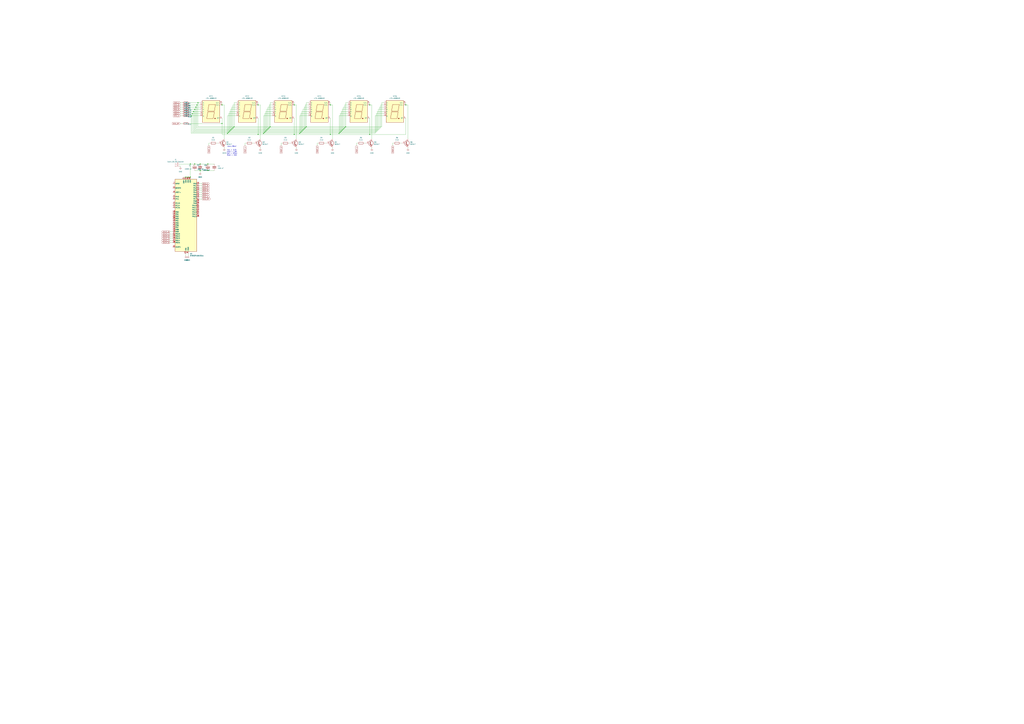
<source format=kicad_sch>
(kicad_sch (version 20231120) (generator "eeschema") (generator_version "8.0")
  (paper "A0")
  (lib_symbols
    (symbol "Connector:Conn_01x02_Socket" (pin_names (offset 1.016) hide)
      (property "Reference" "J" (at 0 2.54 0))
      (property "Value" "Conn_01x02_Socket" (at 0 -5.08 0))
      (symbol "Conn_01x02_Socket_1_1"
        (arc (start 0 -2.032) (mid -0.5058 -2.54) (end 0 -3.048) (stroke (width 0.1524)))
        (polyline (pts (xy -1.27 -2.54) (xy -0.508 -2.54)) (stroke (width 0.1524)))
        (polyline (pts (xy -1.27 0) (xy -0.508 0)) (stroke (width 0.1524)))
        (arc (start 0 0.508) (mid -0.5058 0) (end 0 -0.508) (stroke (width 0.1524)))
        (pin passive line (at -5.08 0 0) (length 3.81) (name "Pin_1") (number "1"))
        (pin passive line (at -5.08 -2.54 0) (length 3.81) (name "Pin_2") (number "2"))
      )
    )
    (symbol "Device:C" (pin_numbers hide) (pin_names (offset 0.254))
      (property "Reference" "C" (at 0.635 2.54 0))
      (property "Value" "C" (at 0.635 -2.54 0))
      (symbol "C_0_1"
        (polyline (pts (xy -2.032 -0.762) (xy 2.032 -0.762)) (stroke (width 0.508)))
        (polyline (pts (xy -2.032 0.762) (xy 2.032 0.762)) (stroke (width 0.508)))
      )
      (symbol "C_1_1"
        (pin passive line (at 0 3.81 270) (length 2.794) (name "~") (number "1"))
        (pin passive line (at 0 -3.81 90) (length 2.794) (name "~") (number "2"))
      )
    )
    (symbol "Device:C_Polarized" (pin_numbers hide) (pin_names (offset 0.254))
      (property "Reference" "C" (at 0.635 2.54 0))
      (property "Value" "C_Polarized" (at 0.635 -2.54 0))
      (symbol "C_Polarized_0_1"
        (rectangle (start -2.286 0.508) (end 2.286 1.016))
        (polyline (pts (xy -1.778 2.286) (xy -0.762 2.286)))
        (polyline (pts (xy -1.27 2.794) (xy -1.27 1.778)))
        (rectangle (start 2.286 -0.508) (end -2.286 -1.016) (fill (type outline)))
      )
      (symbol "C_Polarized_1_1"
        (pin passive line (at 0 3.81 270) (length 2.794) (name "~") (number "1"))
        (pin passive line (at 0 -3.81 90) (length 2.794) (name "~") (number "2"))
      )
    )
    (symbol "Device:R" (pin_numbers hide) (pin_names (offset 0))
      (property "Reference" "R" (at 2.032 0 90))
      (property "Value" "R" (at 0 0 90))
      (symbol "R_0_1"
        (rectangle (start -1.016 -2.54) (end 1.016 2.54) (stroke (width 0.254)))
      )
      (symbol "R_1_1"
        (pin passive line (at 0 3.81 270) (length 1.27) (name "~") (number "1"))
        (pin passive line (at 0 -3.81 90) (length 1.27) (name "~") (number "2"))
      )
    )
    (symbol "Display_Character:LTS-6980HR"
      (property "Reference" "AFF" (at -7.874 13.97 0))
      (property "Value" "LTS-6980HR" (at 4.064 13.97 0))
      (symbol "LTS-6980HR_0_1"
        (rectangle (start -10.16 12.7) (end 10.16 -12.7) (stroke (width 0.254)) (fill (type background)))
        (polyline (pts (xy -3.81 -0.508) (xy 3.81 -0.508) (xy 2.54 -8.128) (xy -5.08 -8.128) (xy -3.81 -0.508) (xy -3.81 -0.508)) (stroke (width 0.254)))
        (polyline (pts (xy -2.54 8.128) (xy 5.08 8.128) (xy 3.81 0.508) (xy -3.81 0.508) (xy -2.54 8.128) (xy -2.54 8.128)) (stroke (width 0.254)))
        (circle (center 4.572 -8.128) (radius 0.508) (stroke (width 0.254)) (fill (type outline)))
      )
      (symbol "LTS-6980HR_1_1"
        (pin passive line (at -12.7 0 0) (length 2.54) (name "e") (number "1"))
        (pin passive line (at -12.7 -5.08 0) (length 2.54) (name "g") (number "10"))
        (pin passive line (at -12.7 2.54 0) (length 2.54) (name "d") (number "2"))
        (pin passive line (at 12.7 7.62 180) (length 2.54) (name "C.K.") (number "3"))
        (pin passive line (at -12.7 5.08 0) (length 2.54) (name "c") (number "4"))
        (pin passive line (at 12.7 -7.62 180) (length 2.54) (name "DP") (number "5"))
        (pin passive line (at -12.7 7.62 0) (length 2.54) (name "b") (number "6"))
        (pin passive line (at -12.7 10.16 0) (length 2.54) (name "a") (number "7"))
        (pin passive line (at 12.7 10.16 180) (length 2.54) (name "C.K.") (number "8"))
        (pin passive line (at -12.7 -2.54 0) (length 2.54) (name "f") (number "9"))
      )
    )
    (symbol "MCU_ST_STM32F4:STM32F401CCUx"
      (property "Reference" "U" (at -12.7 44.45 0))
      (property "Value" "STM32F401CCUx" (at 7.62 44.45 0))
      (symbol "STM32F401CCUx_0_1"
        (rectangle (start -12.7 -40.64) (end 12.7 43.18) (stroke (width 0.254)) (fill (type background)))
      )
      (symbol "STM32F401CCUx_1_1"
        (pin power_in line (at -2.54 45.72 270) (length 2.54) (name "VBAT") (number "1"))
        (pin bidirectional line (at 15.24 38.1 180) (length 2.54) (name "PA0") (number "10"))
        (pin bidirectional line (at 15.24 35.56 180) (length 2.54) (name "PA1") (number "11"))
        (pin bidirectional line (at 15.24 33.02 180) (length 2.54) (name "PA2") (number "12"))
        (pin bidirectional line (at 15.24 30.48 180) (length 2.54) (name "PA3") (number "13"))
        (pin bidirectional line (at 15.24 27.94 180) (length 2.54) (name "PA4") (number "14"))
        (pin bidirectional line (at 15.24 25.4 180) (length 2.54) (name "PA5") (number "15"))
        (pin bidirectional line (at 15.24 22.86 180) (length 2.54) (name "PA6") (number "16"))
        (pin bidirectional line (at 15.24 20.32 180) (length 2.54) (name "PA7") (number "17"))
        (pin bidirectional line (at -15.24 5.08 0) (length 2.54) (name "PB0") (number "18"))
        (pin bidirectional line (at -15.24 2.54 0) (length 2.54) (name "PB1") (number "19"))
        (pin bidirectional line (at -15.24 15.24 0) (length 2.54) (name "PC13") (number "2"))
        (pin bidirectional line (at -15.24 0 0) (length 2.54) (name "PB2") (number "20"))
        (pin bidirectional line (at -15.24 -20.32 0) (length 2.54) (name "PB10") (number "21"))
        (pin power_out line (at -15.24 -35.56 0) (length 2.54) (name "VCAP1") (number "22"))
        (pin power_in line (at 0 -43.18 90) (length 2.54) (name "VSS") (number "23"))
        (pin power_in line (at 0 45.72 270) (length 2.54) (name "VDD") (number "24"))
        (pin bidirectional line (at -15.24 -22.86 0) (length 2.54) (name "PB12") (number "25"))
        (pin bidirectional line (at -15.24 -25.4 0) (length 2.54) (name "PB13") (number "26"))
        (pin bidirectional line (at -15.24 -27.94 0) (length 2.54) (name "PB14") (number "27"))
        (pin bidirectional line (at -15.24 -30.48 0) (length 2.54) (name "PB15") (number "28"))
        (pin bidirectional line (at 15.24 17.78 180) (length 2.54) (name "PA8") (number "29"))
        (pin bidirectional line (at -15.24 12.7 0) (length 2.54) (name "PC14") (number "3"))
        (pin bidirectional line (at 15.24 15.24 180) (length 2.54) (name "PA9") (number "30"))
        (pin bidirectional line (at 15.24 12.7 180) (length 2.54) (name "PA10") (number "31"))
        (pin bidirectional line (at 15.24 10.16 180) (length 2.54) (name "PA11") (number "32"))
        (pin bidirectional line (at 15.24 7.62 180) (length 2.54) (name "PA12") (number "33"))
        (pin bidirectional line (at 15.24 5.08 180) (length 2.54) (name "PA13") (number "34"))
        (pin passive line (at 0 -43.18 90) (length 2.54) hide (name "VSS") (number "35"))
        (pin power_in line (at 2.54 45.72 270) (length 2.54) (name "VDD") (number "36"))
        (pin bidirectional line (at 15.24 2.54 180) (length 2.54) (name "PA14") (number "37"))
        (pin bidirectional line (at 15.24 0 180) (length 2.54) (name "PA15") (number "38"))
        (pin bidirectional line (at -15.24 -2.54 0) (length 2.54) (name "PB3") (number "39"))
        (pin bidirectional line (at -15.24 10.16 0) (length 2.54) (name "PC15") (number "4"))
        (pin bidirectional line (at -15.24 -5.08 0) (length 2.54) (name "PB4") (number "40"))
        (pin bidirectional line (at -15.24 -7.62 0) (length 2.54) (name "PB5") (number "41"))
        (pin bidirectional line (at -15.24 -10.16 0) (length 2.54) (name "PB6") (number "42"))
        (pin bidirectional line (at -15.24 -12.7 0) (length 2.54) (name "PB7") (number "43"))
        (pin input line (at -15.24 33.02 0) (length 2.54) (name "BOOT0") (number "44"))
        (pin bidirectional line (at -15.24 -15.24 0) (length 2.54) (name "PB8") (number "45"))
        (pin bidirectional line (at -15.24 -17.78 0) (length 2.54) (name "PB9") (number "46"))
        (pin passive line (at 0 -43.18 90) (length 2.54) hide (name "VSS") (number "47"))
        (pin power_in line (at 5.08 45.72 270) (length 2.54) (name "VDD") (number "48"))
        (pin passive line (at 0 -43.18 90) (length 2.54) hide (name "VSS") (number "49"))
        (pin bidirectional line (at -15.24 22.86 0) (length 2.54) (name "PH0") (number "5"))
        (pin bidirectional line (at -15.24 20.32 0) (length 2.54) (name "PH1") (number "6"))
        (pin input line (at -15.24 38.1 0) (length 2.54) (name "NRST") (number "7"))
        (pin power_in line (at 2.54 -43.18 90) (length 2.54) (name "VSSA") (number "8"))
        (pin input line (at -15.24 27.94 0) (length 2.54) (name "VREF+") (number "9"))
      )
    )
    (symbol "Transistor_BJT:BC547" (pin_names (offset 0) hide)
      (property "Reference" "Q" (at 5.08 1.905 0))
      (property "Value" "BC547" (at 5.08 0 0))
      (symbol "BC547_0_1"
        (polyline (pts (xy 0 0) (xy 0.635 0)))
        (polyline (pts (xy 0.635 0.635) (xy 2.54 2.54)))
        (polyline (pts (xy 0.635 -0.635) (xy 2.54 -2.54) (xy 2.54 -2.54)))
        (polyline (pts (xy 0.635 1.905) (xy 0.635 -1.905) (xy 0.635 -1.905)) (stroke (width 0.508)))
        (polyline (pts (xy 1.27 -1.778) (xy 1.778 -1.27) (xy 2.286 -2.286) (xy 1.27 -1.778) (xy 1.27 -1.778)) (fill (type outline)))
        (circle (center 1.27 0) (radius 2.8194) (stroke (width 0.254)))
      )
      (symbol "BC547_1_1"
        (pin passive line (at 2.54 5.08 270) (length 2.54) (name "C") (number "1"))
        (pin input line (at -5.08 0 0) (length 5.08) (name "B") (number "2"))
        (pin passive line (at 2.54 -5.08 90) (length 2.54) (name "E") (number "3"))
      )
    )
    (symbol "power:GND" (power) (pin_numbers hide) (pin_names (offset 0) hide)
      (property "Value" "GND" (at 0 -3.81 0))
      (symbol "GND_0_1"
        (polyline (pts (xy 0 0) (xy 0 -1.27) (xy 1.27 -1.27) (xy 0 -2.54) (xy -1.27 -1.27) (xy 0 -1.27)))
      )
      (symbol "GND_1_1"
        (pin power_in line (at 0 0 270) (length 0) (name "~") (number "1"))
      )
    )
  )
  (junction (at 341.63 121.92))
  (junction (at 241.3 190.5))
  (junction (at 229.87 119.38))
  (junction (at 232.41 198.12))
  (junction (at 397.51 151.13))
  (junction (at 227.33 124.46))
  (junction (at 265.43 153.67))
  (junction (at 400.05 148.59))
  (junction (at 471.17 121.92))
  (junction (at 353.06 149.86))
  (junction (at 218.44 205.74))
  (junction (at 311.15 149.86))
  (junction (at 222.25 134.62))
  (junction (at 394.97 153.67))
  (junction (at 223.52 132.08))
  (junction (at 226.06 127))
  (junction (at 401.32 147.32))
  (junction (at 351.79 151.13))
  (junction (at 354.33 148.59))
  (junction (at 266.7 152.4))
  (junction (at 257.81 143.51))
  (junction (at 220.98 205.74))
  (junction (at 349.25 153.67))
  (junction (at 393.7 154.94))
  (junction (at 232.41 190.5))
  (junction (at 299.72 156.21))
  (junction (at 257.81 121.92))
  (junction (at 312.42 148.59))
  (junction (at 350.52 152.4))
  (junction (at 383.54 156.21))
  (junction (at 228.6 121.92))
  (junction (at 347.98 154.94))
  (junction (at 429.26 121.92))
  (junction (at 241.3 198.12))
  (junction (at 309.88 151.13))
  (junction (at 226.06 190.5))
  (junction (at 299.72 121.92))
  (junction (at 313.69 147.32))
  (junction (at 306.07 154.94))
  (junction (at 270.51 148.59))
  (junction (at 396.24 152.4))
  (junction (at 269.24 149.86))
  (junction (at 383.54 121.92))
  (junction (at 398.78 149.86))
  (junction (at 355.6 147.32))
  (junction (at 271.78 147.32))
  (junction (at 215.9 205.74))
  (junction (at 267.97 151.13))
  (junction (at 307.34 153.67))
  (junction (at 264.16 154.94))
  (junction (at 429.26 156.21))
  (junction (at 220.98 190.5))
  (junction (at 224.79 129.54))
  (junction (at 308.61 152.4))
  (junction (at 341.63 156.21))
  (wire (pts (xy 231.14 218.44) (xy 234.95 218.44)))
  (wire (pts (xy 471.17 156.21) (xy 471.17 137.16)))
  (wire (pts (xy 196.85 276.86) (xy 200.66 276.86)))
  (wire (pts (xy 269.24 149.86) (xy 311.15 149.86)))
  (wire (pts (xy 209.55 193.04) (xy 208.28 193.04)))
  (wire (pts (xy 220.98 205.74) (xy 220.98 190.5)))
  (wire (pts (xy 471.17 121.92) (xy 473.71 121.92)))
  (wire (pts (xy 358.14 119.38) (xy 355.6 119.38)))
  (wire (pts (xy 445.77 119.38) (xy 443.23 119.38)))
  (wire (pts (xy 227.33 124.46) (xy 227.33 149.86)))
  (wire (pts (xy 219.71 119.38) (xy 229.87 119.38)))
  (wire (pts (xy 422.91 166.37) (xy 424.18 166.37)))
  (wire (pts (xy 219.71 127) (xy 226.06 127)))
  (wire (pts (xy 270.51 121.92) (xy 274.32 121.92)))
  (wire (pts (xy 222.25 134.62) (xy 222.25 154.94)))
  (wire (pts (xy 403.86 119.38) (xy 401.32 119.38)))
  (wire (pts (xy 284.48 168.91) (xy 284.48 166.37)))
  (wire (pts (xy 222.25 154.94) (xy 264.16 154.94)))
  (wire (pts (xy 209.55 121.92) (xy 212.09 121.92)))
  (wire (pts (xy 196.85 279.4) (xy 200.66 279.4)))
  (wire (pts (xy 232.41 132.08) (xy 223.52 132.08)))
  (wire (pts (xy 196.85 271.78) (xy 200.66 271.78)))
  (wire (pts (xy 403.86 121.92) (xy 400.05 121.92)))
  (wire (pts (xy 299.72 156.21) (xy 341.63 156.21)))
  (wire (pts (xy 228.6 148.59) (xy 270.51 148.59)))
  (wire (pts (xy 455.93 166.37) (xy 457.2 166.37)))
  (wire (pts (xy 350.52 129.54) (xy 358.14 129.54)))
  (wire (pts (xy 299.72 119.38) (xy 299.72 121.92)))
  (wire (pts (xy 260.35 121.92) (xy 257.81 121.92)))
  (wire (pts (xy 351.79 151.13) (xy 351.79 127)))
  (wire (pts (xy 344.17 171.45) (xy 344.17 172.72)))
  (wire (pts (xy 196.85 274.32) (xy 200.66 274.32)))
  (wire (pts (xy 316.23 127) (xy 309.88 127)))
  (wire (pts (xy 209.55 143.51) (xy 212.09 143.51)))
  (wire (pts (xy 219.71 134.62) (xy 222.25 134.62)))
  (wire (pts (xy 215.9 294.64) (xy 215.9 297.18)))
  (wire (pts (xy 309.88 127) (xy 309.88 151.13)))
  (wire (pts (xy 439.42 151.13) (xy 439.42 127)))
  (wire (pts (xy 431.8 171.45) (xy 431.8 172.72)))
  (wire (pts (xy 316.23 134.62) (xy 306.07 134.62)))
  (wire (pts (xy 266.7 129.54) (xy 274.32 129.54)))
  (wire (pts (xy 266.7 152.4) (xy 266.7 129.54)))
  (wire (pts (xy 350.52 152.4) (xy 396.24 152.4)))
  (wire (pts (xy 313.69 119.38) (xy 313.69 147.32)))
  (wire (pts (xy 393.7 154.94) (xy 435.61 154.94)))
  (wire (pts (xy 349.25 153.67) (xy 349.25 132.08)))
  (wire (pts (xy 316.23 119.38) (xy 313.69 119.38)))
  (wire (pts (xy 341.63 137.16) (xy 341.63 156.21)))
  (wire (pts (xy 400.05 148.59) (xy 441.96 148.59)))
  (wire (pts (xy 403.86 129.54) (xy 396.24 129.54)))
  (wire (pts (xy 231.14 231.14) (xy 234.95 231.14)))
  (wire (pts (xy 219.71 124.46) (xy 227.33 124.46)))
  (wire (pts (xy 196.85 269.24) (xy 200.66 269.24)))
  (wire (pts (xy 270.51 148.59) (xy 270.51 121.92)))
  (wire (pts (xy 443.23 119.38) (xy 443.23 147.32)))
  (wire (pts (xy 231.14 220.98) (xy 234.95 220.98)))
  (wire (pts (xy 219.71 143.51) (xy 257.81 143.51)))
  (wire (pts (xy 377.19 166.37) (xy 378.46 166.37)))
  (wire (pts (xy 400.05 121.92) (xy 400.05 148.59)))
  (wire (pts (xy 265.43 153.67) (xy 307.34 153.67)))
  (wire (pts (xy 435.61 134.62) (xy 445.77 134.62)))
  (wire (pts (xy 267.97 151.13) (xy 309.88 151.13)))
  (wire (pts (xy 260.35 161.29) (xy 260.35 121.92)))
  (wire (pts (xy 257.81 137.16) (xy 257.81 143.51)))
  (wire (pts (xy 354.33 121.92) (xy 358.14 121.92)))
  (wire (pts (xy 344.17 121.92) (xy 341.63 121.92)))
  (wire (pts (xy 429.26 156.21) (xy 471.17 156.21)))
  (wire (pts (xy 269.24 124.46) (xy 274.32 124.46)))
  (wire (pts (xy 355.6 147.32) (xy 401.32 147.32)))
  (wire (pts (xy 209.55 124.46) (xy 212.09 124.46)))
  (wire (pts (xy 438.15 129.54) (xy 445.77 129.54)))
  (wire (pts (xy 293.37 166.37) (xy 294.64 166.37)))
  (wire (pts (xy 232.41 198.12) (xy 241.3 198.12)))
  (wire (pts (xy 316.23 121.92) (xy 312.42 121.92)))
  (wire (pts (xy 231.14 213.36) (xy 234.95 213.36)))
  (wire (pts (xy 383.54 156.21) (xy 383.54 137.16)))
  (wire (pts (xy 471.17 119.38) (xy 471.17 121.92)))
  (wire (pts (xy 267.97 127) (xy 274.32 127)))
  (wire (pts (xy 229.87 147.32) (xy 271.78 147.32)))
  (wire (pts (xy 232.41 121.92) (xy 228.6 121.92)))
  (wire (pts (xy 232.41 198.12) (xy 232.41 200.66)))
  (wire (pts (xy 228.6 121.92) (xy 228.6 148.59)))
  (wire (pts (xy 350.52 152.4) (xy 350.52 129.54)))
  (wire (pts (xy 414.02 168.91) (xy 414.02 166.37)))
  (wire (pts (xy 403.86 132.08) (xy 394.97 132.08)))
  (wire (pts (xy 208.28 190.5) (xy 220.98 190.5)))
  (wire (pts (xy 316.23 132.08) (xy 307.34 132.08)))
  (wire (pts (xy 209.55 119.38) (xy 212.09 119.38)))
  (wire (pts (xy 313.69 147.32) (xy 355.6 147.32)))
  (wire (pts (xy 341.63 156.21) (xy 383.54 156.21)))
  (wire (pts (xy 440.69 149.86) (xy 440.69 124.46)))
  (wire (pts (xy 284.48 166.37) (xy 285.75 166.37)))
  (wire (pts (xy 349.25 132.08) (xy 358.14 132.08)))
  (wire (pts (xy 429.26 119.38) (xy 429.26 121.92)))
  (wire (pts (xy 219.71 121.92) (xy 228.6 121.92)))
  (wire (pts (xy 436.88 132.08) (xy 445.77 132.08)))
  (wire (pts (xy 309.88 151.13) (xy 351.79 151.13)))
  (wire (pts (xy 398.78 124.46) (xy 398.78 149.86)))
  (wire (pts (xy 383.54 156.21) (xy 429.26 156.21)))
  (wire (pts (xy 344.17 161.29) (xy 344.17 121.92)))
  (wire (pts (xy 403.86 134.62) (xy 393.7 134.62)))
  (wire (pts (xy 394.97 153.67) (xy 436.88 153.67)))
  (wire (pts (xy 307.34 132.08) (xy 307.34 153.67)))
  (wire (pts (xy 441.96 121.92) (xy 445.77 121.92)))
  (wire (pts (xy 266.7 152.4) (xy 308.61 152.4)))
  (wire (pts (xy 347.98 154.94) (xy 347.98 134.62)))
  (wire (pts (xy 299.72 156.21) (xy 299.72 137.16)))
  (wire (pts (xy 441.96 148.59) (xy 441.96 121.92)))
  (wire (pts (xy 341.63 119.38) (xy 341.63 121.92)))
  (wire (pts (xy 265.43 132.08) (xy 274.32 132.08)))
  (wire (pts (xy 267.97 151.13) (xy 267.97 127)))
  (wire (pts (xy 386.08 171.45) (xy 386.08 172.72)))
  (wire (pts (xy 224.79 129.54) (xy 224.79 152.4)))
  (wire (pts (xy 220.98 190.5) (xy 226.06 190.5)))
  (wire (pts (xy 308.61 129.54) (xy 308.61 152.4)))
  (wire (pts (xy 368.3 166.37) (xy 369.57 166.37)))
  (wire (pts (xy 223.52 153.67) (xy 265.43 153.67)))
  (wire (pts (xy 464.82 166.37) (xy 466.09 166.37)))
  (wire (pts (xy 326.39 168.91) (xy 326.39 166.37)))
  (wire (pts (xy 403.86 124.46) (xy 398.78 124.46)))
  (wire (pts (xy 316.23 129.54) (xy 308.61 129.54)))
  (wire (pts (xy 393.7 134.62) (xy 393.7 154.94)))
  (wire (pts (xy 455.93 168.91) (xy 455.93 166.37)))
  (wire (pts (xy 196.85 281.94) (xy 200.66 281.94)))
  (wire (pts (xy 302.26 161.29) (xy 302.26 121.92)))
  (wire (pts (xy 218.44 205.74) (xy 220.98 205.74)))
  (wire (pts (xy 219.71 132.08) (xy 223.52 132.08)))
  (wire (pts (xy 257.81 156.21) (xy 299.72 156.21)))
  (wire (pts (xy 403.86 127) (xy 397.51 127)))
  (wire (pts (xy 396.24 152.4) (xy 438.15 152.4)))
  (wire (pts (xy 401.32 119.38) (xy 401.32 147.32)))
  (wire (pts (xy 209.55 132.08) (xy 212.09 132.08)))
  (wire (pts (xy 436.88 153.67) (xy 436.88 132.08)))
  (wire (pts (xy 241.3 190.5) (xy 248.92 190.5)))
  (wire (pts (xy 271.78 119.38) (xy 271.78 147.32)))
  (wire (pts (xy 394.97 132.08) (xy 394.97 153.67)))
  (wire (pts (xy 401.32 147.32) (xy 443.23 147.32)))
  (wire (pts (xy 229.87 119.38) (xy 229.87 147.32)))
  (wire (pts (xy 326.39 166.37) (xy 327.66 166.37)))
  (wire (pts (xy 226.06 127) (xy 226.06 151.13)))
  (wire (pts (xy 351.79 151.13) (xy 397.51 151.13)))
  (wire (pts (xy 473.71 161.29) (xy 473.71 121.92)))
  (wire (pts (xy 439.42 127) (xy 445.77 127)))
  (wire (pts (xy 219.71 129.54) (xy 224.79 129.54)))
  (wire (pts (xy 438.15 152.4) (xy 438.15 129.54)))
  (wire (pts (xy 260.35 171.45) (xy 260.35 172.72)))
  (wire (pts (xy 308.61 152.4) (xy 350.52 152.4)))
  (wire (pts (xy 231.14 215.9) (xy 234.95 215.9)))
  (wire (pts (xy 383.54 121.92) (xy 386.08 121.92)))
  (wire (pts (xy 242.57 168.91) (xy 242.57 166.37)))
  (wire (pts (xy 232.41 127) (xy 226.06 127)))
  (wire (pts (xy 264.16 154.94) (xy 264.16 134.62)))
  (wire (pts (xy 227.33 149.86) (xy 269.24 149.86)))
  (wire (pts (xy 353.06 149.86) (xy 353.06 124.46)))
  (wire (pts (xy 312.42 121.92) (xy 312.42 148.59)))
  (wire (pts (xy 347.98 154.94) (xy 393.7 154.94)))
  (wire (pts (xy 232.41 129.54) (xy 224.79 129.54)))
  (wire (pts (xy 435.61 154.94) (xy 435.61 134.62)))
  (wire (pts (xy 355.6 119.38) (xy 355.6 147.32)))
  (wire (pts (xy 270.51 148.59) (xy 312.42 148.59)))
  (wire (pts (xy 213.36 205.74) (xy 215.9 205.74)))
  (wire (pts (xy 232.41 119.38) (xy 229.87 119.38)))
  (wire (pts (xy 226.06 151.13) (xy 267.97 151.13)))
  (wire (pts (xy 316.23 124.46) (xy 311.15 124.46)))
  (wire (pts (xy 347.98 134.62) (xy 358.14 134.62)))
  (wire (pts (xy 306.07 154.94) (xy 347.98 154.94)))
  (wire (pts (xy 354.33 148.59) (xy 354.33 121.92)))
  (wire (pts (xy 226.06 198.12) (xy 232.41 198.12)))
  (wire (pts (xy 306.07 134.62) (xy 306.07 154.94)))
  (wire (pts (xy 232.41 190.5) (xy 241.3 190.5)))
  (wire (pts (xy 396.24 129.54) (xy 396.24 152.4)))
  (wire (pts (xy 231.14 228.6) (xy 234.95 228.6)))
  (wire (pts (xy 386.08 161.29) (xy 386.08 121.92)))
  (wire (pts (xy 473.71 171.45) (xy 473.71 172.72)))
  (wire (pts (xy 335.28 166.37) (xy 336.55 166.37)))
  (wire (pts (xy 353.06 149.86) (xy 398.78 149.86)))
  (wire (pts (xy 351.79 127) (xy 358.14 127)))
  (wire (pts (xy 440.69 124.46) (xy 445.77 124.46)))
  (wire (pts (xy 231.14 226.06) (xy 234.95 226.06)))
  (wire (pts (xy 414.02 166.37) (xy 415.29 166.37)))
  (wire (pts (xy 264.16 134.62) (xy 274.32 134.62)))
  (wire (pts (xy 312.42 148.59) (xy 354.33 148.59)))
  (wire (pts (xy 209.55 129.54) (xy 212.09 129.54)))
  (wire (pts (xy 302.26 171.45) (xy 302.26 172.72)))
  (wire (pts (xy 257.81 143.51) (xy 257.81 156.21)))
  (wire (pts (xy 353.06 124.46) (xy 358.14 124.46)))
  (wire (pts (xy 431.8 121.92) (xy 429.26 121.92)))
  (wire (pts (xy 257.81 119.38) (xy 257.81 121.92)))
  (wire (pts (xy 431.8 161.29) (xy 431.8 121.92)))
  (wire (pts (xy 271.78 147.32) (xy 313.69 147.32)))
  (wire (pts (xy 251.46 166.37) (xy 252.73 166.37)))
  (wire (pts (xy 397.51 127) (xy 397.51 151.13)))
  (wire (pts (xy 215.9 205.74) (xy 218.44 205.74)))
  (wire (pts (xy 241.3 198.12) (xy 248.92 198.12)))
  (wire (pts (xy 231.14 223.52) (xy 234.95 223.52)))
  (wire (pts (xy 226.06 190.5) (xy 232.41 190.5)))
  (wire (pts (xy 299.72 121.92) (xy 302.26 121.92)))
  (wire (pts (xy 223.52 132.08) (xy 223.52 153.67)))
  (wire (pts (xy 209.55 194.31) (xy 209.55 193.04)))
  (wire (pts (xy 397.51 151.13) (xy 439.42 151.13)))
  (wire (pts (xy 307.34 153.67) (xy 349.25 153.67)))
  (wire (pts (xy 349.25 153.67) (xy 394.97 153.67)))
  (wire (pts (xy 429.26 137.16) (xy 429.26 156.21)))
  (wire (pts (xy 311.15 124.46) (xy 311.15 149.86)))
  (wire (pts (xy 269.24 149.86) (xy 269.24 124.46)))
  (wire (pts (xy 354.33 148.59) (xy 400.05 148.59)))
  (wire (pts (xy 242.57 166.37) (xy 243.84 166.37)))
  (wire (pts (xy 265.43 153.67) (xy 265.43 132.08)))
  (wire (pts (xy 209.55 127) (xy 212.09 127)))
  (wire (pts (xy 274.32 119.38) (xy 271.78 119.38)))
  (wire (pts (xy 232.41 124.46) (xy 227.33 124.46)))
  (wire (pts (xy 368.3 168.91) (xy 368.3 166.37)))
  (wire (pts (xy 224.79 152.4) (xy 266.7 152.4)))
  (wire (pts (xy 398.78 149.86) (xy 440.69 149.86)))
  (wire (pts (xy 311.15 149.86) (xy 353.06 149.86)))
  (wire (pts (xy 232.41 134.62) (xy 222.25 134.62)))
  (wire (pts (xy 264.16 154.94) (xy 306.07 154.94)))
  (wire (pts (xy 218.44 294.64) (xy 218.44 297.18)))
  (wire (pts (xy 209.55 134.62) (xy 212.09 134.62)))
  (wire (pts (xy 383.54 119.38) (xy 383.54 121.92)))
  (text "Uce=28mV\n\nVcc = 3.3V\nUled = 1.8V\nIled = 10mA\nRled = 150\n\n" (at 269.24 176.276 0) (effects (font (size 1.27 1.27))))
  (global_label "SEG_E" (shape input) (at 209.55 129.54 180) (property "Intersheetrefs" "${INTERSHEET_REFS}" (effects (hide yes))))
  (global_label "DIGIT_2" (shape input) (at 368.3 168.91 270) (property "Intersheetrefs" "${INTERSHEET_REFS}" (effects (hide yes))))
  (global_label "SEG_D" (shape input) (at 209.55 127 180) (property "Intersheetrefs" "${INTERSHEET_REFS}" (effects (hide yes))))
  (global_label "SEG_D" (shape output) (at 234.95 220.98 0) (property "Intersheetrefs" "${INTERSHEET_REFS}" (effects (hide yes))))
  (global_label "SEG_G" (shape output) (at 234.95 228.6 0) (property "Intersheetrefs" "${INTERSHEET_REFS}" (effects (hide yes))))
  (global_label "SEG_G" (shape input) (at 209.55 134.62 180) (property "Intersheetrefs" "${INTERSHEET_REFS}" (effects (hide yes))))
  (global_label "DIGIT_4" (shape output) (at 196.85 279.4 180) (property "Intersheetrefs" "${INTERSHEET_REFS}" (effects (hide yes))))
  (global_label "SEG_B" (shape output) (at 234.95 215.9 0) (property "Intersheetrefs" "${INTERSHEET_REFS}" (effects (hide yes))))
  (global_label "SEG_C" (shape input) (at 209.55 124.46 180) (property "Intersheetrefs" "${INTERSHEET_REFS}" (effects (hide yes))))
  (global_label "SEG_A" (shape output) (at 234.95 213.36 0) (property "Intersheetrefs" "${INTERSHEET_REFS}" (effects (hide yes))))
  (global_label "DIGIT_0" (shape input) (at 455.93 168.91 270) (property "Intersheetrefs" "${INTERSHEET_REFS}" (effects (hide yes))))
  (global_label "SEG_C" (shape output) (at 234.95 218.44 0) (property "Intersheetrefs" "${INTERSHEET_REFS}" (effects (hide yes))))
  (global_label "DIGIT_2" (shape output) (at 196.85 274.32 180) (property "Intersheetrefs" "${INTERSHEET_REFS}" (effects (hide yes))))
  (global_label "DIGIT_0" (shape output) (at 196.85 269.24 180) (property "Intersheetrefs" "${INTERSHEET_REFS}" (effects (hide yes))))
  (global_label "DIGIT_3" (shape output) (at 196.85 276.86 180) (property "Intersheetrefs" "${INTERSHEET_REFS}" (effects (hide yes))))
  (global_label "SEG_A" (shape input) (at 209.55 119.38 180) (property "Intersheetrefs" "${INTERSHEET_REFS}" (effects (hide yes))))
  (global_label "DIGIT_1" (shape input) (at 414.02 168.91 270) (property "Intersheetrefs" "${INTERSHEET_REFS}" (effects (hide yes))))
  (global_label "DIGIT_3" (shape input) (at 326.39 168.91 270) (property "Intersheetrefs" "${INTERSHEET_REFS}" (effects (hide yes))))
  (global_label "SEG_E" (shape output) (at 234.95 223.52 0) (property "Intersheetrefs" "${INTERSHEET_REFS}" (effects (hide yes))))
  (global_label "SEG_DP" (shape output) (at 234.95 231.14 0) (property "Intersheetrefs" "${INTERSHEET_REFS}" (effects (hide yes))))
  (global_label "SEG_B" (shape input) (at 209.55 121.92 180) (property "Intersheetrefs" "${INTERSHEET_REFS}" (effects (hide yes))))
  (global_label "DIGIT_4" (shape input) (at 284.48 168.91 270) (property "Intersheetrefs" "${INTERSHEET_REFS}" (effects (hide yes))))
  (global_label "SEG_DP" (shape input) (at 209.55 143.51 180) (property "Intersheetrefs" "${INTERSHEET_REFS}" (effects (hide yes))))
  (global_label "SEG_F" (shape input) (at 209.55 132.08 180) (property "Intersheetrefs" "${INTERSHEET_REFS}" (effects (hide yes))))
  (global_label "DIGIT_5" (shape input) (at 242.57 168.91 270) (property "Intersheetrefs" "${INTERSHEET_REFS}" (effects (hide yes))))
  (global_label "SEG_F" (shape output) (at 234.95 226.06 0) (property "Intersheetrefs" "${INTERSHEET_REFS}" (effects (hide yes))))
  (global_label "DIGIT_1" (shape output) (at 196.85 271.78 180) (property "Intersheetrefs" "${INTERSHEET_REFS}" (effects (hide yes))))
  (global_label "DIGIT_5" (shape output) (at 196.85 281.94 180) (property "Intersheetrefs" "${INTERSHEET_REFS}" (effects (hide yes))))
  (symbol (lib_id "Device:R") (at 247.65 166.37 90) (unit 1)
    (property "Reference" "R1" (at 247.65 160.02 90))
    (property "Value" "2.4k" (at 247.65 162.56 90))
    (property "Description" "Resistor" (effects (hide yes)))
  )
  (symbol (lib_id "Device:R") (at 331.47 166.37 90) (unit 1)
    (property "Reference" "R3" (at 331.47 160.02 90))
    (property "Value" "2.4k" (at 331.47 162.56 90))
    (property "Description" "Resistor" (effects (hide yes)))
  )
  (symbol (lib_id "power:GND") (at 209.55 194.31 0) (unit 1)
    (property "Reference" "#PWR1" (effects (hide yes)))
    (property "Value" "GND" (at 209.55 199.39 0))
    (property "Description" "Power symbol creates a global label with name \"GND\" , ground" (effects (hide yes)))
  )
  (symbol (lib_id "Display_Character:LTS-6980HR") (at 245.11 129.54 0) (unit 1)
    (property "Reference" "AFF1" (at 245.11 111.76 0))
    (property "Value" "LTS-6980HR" (at 245.11 114.3 0))
    (property "Footprint" "Display_7Segment:7SegmentLED_LTS6760_LTS6780" (effects (hide yes)))
    (property "Datasheet" "http://datasheet.octopart.com/LTS-6960HR-Lite-On-datasheet-11803242.pdf" (effects (hide yes)))
    (property "Description" "DISPLAY 7 SEGMENTS common K, high efficient red" (effects (hide yes)))
  )
  (symbol (lib_id "Display_Character:LTS-6980HR") (at 328.93 129.54 0) (unit 1)
    (property "Reference" "AFF3" (at 328.93 111.76 0))
    (property "Value" "LTS-6980HR" (at 328.93 114.3 0))
    (property "Footprint" "Display_7Segment:7SegmentLED_LTS6760_LTS6780" (effects (hide yes)))
    (property "Datasheet" "http://datasheet.octopart.com/LTS-6960HR-Lite-On-datasheet-11803242.pdf" (effects (hide yes)))
    (property "Description" "DISPLAY 7 SEGMENTS common K, high efficient red" (effects (hide yes)))
  )
  (symbol (lib_id "Transistor_BJT:BC547") (at 341.63 166.37 0) (unit 1)
    (property "Reference" "Q3" (at 346.71 165.0999 0) (effects (justify left)))
    (property "Value" "BC547" (at 346.71 167.6399 0) (effects (justify left)))
    (property "Footprint" "Package_TO_SOT_THT:TO-92_Inline" (effects (hide yes)))
    (property "Datasheet" "https://www.onsemi.com/pub/Collateral/BC550-D.pdf" (effects (hide yes)))
    (property "Description" "0.1A Ic, 45V Vce, Small Signal NPN Transistor, TO-92" (effects (hide yes)))
  )
  (symbol (lib_id "MCU_ST_STM32F4:STM32F401CCUx") (at 215.9 251.46 0) (unit 1)
    (property "Reference" "U1" (at 220.6341 294.64 0) (effects (justify left)))
    (property "Value" "STM32F401CCUx" (at 220.6341 297.18 0) (effects (justify left)))
    (property "Footprint" "Package_DFN_QFN:QFN-48-1EP_7x7mm_P0.5mm_EP5.6x5.6mm" (effects (hide yes)))
    (property "Datasheet" "https://www.st.com/resource/en/datasheet/stm32f401cc.pdf" (effects (hide yes)))
    (property "Description" "STMicroelectronics Arm Cortex-M4 MCU, 256KB flash, 64KB RAM, 84 MHz, 1.7-3.6V, 36 GPIO, UFQFPN48" (effects (hide yes)))
  )
  (symbol (lib_id "Device:R") (at 289.56 166.37 90) (unit 1)
    (property "Reference" "R2" (at 289.56 160.02 90))
    (property "Value" "2.4k" (at 289.56 162.56 90))
    (property "Description" "Resistor" (effects (hide yes)))
  )
  (symbol (lib_id "Transistor_BJT:BC547") (at 471.17 166.37 0) (unit 1)
    (property "Reference" "Q6" (at 476.25 165.0999 0) (effects (justify left)))
    (property "Value" "BC547" (at 476.25 167.6399 0) (effects (justify left)))
    (property "Footprint" "Package_TO_SOT_THT:TO-92_Inline" (effects (hide yes)))
    (property "Datasheet" "https://www.onsemi.com/pub/Collateral/BC550-D.pdf" (effects (hide yes)))
    (property "Description" "0.1A Ic, 45V Vce, Small Signal NPN Transistor, TO-92" (effects (hide yes)))
  )
  (symbol (lib_id "Device:R") (at 215.9 134.62 90) (unit 1)
    (property "Reference" "R13" (at 220.218 135.636 90))
    (property "Value" "150" (at 215.9 134.62 90))
    (property "Description" "Resistor" (effects (hide yes)))
  )
  (symbol (lib_id "power:GND") (at 344.17 172.72 0) (unit 1)
    (property "Reference" "#PWR7" (effects (hide yes)))
    (property "Value" "GND" (at 344.17 177.8 0))
    (property "Description" "Power symbol creates a global label with name \"GND\" , ground" (effects (hide yes)))
  )
  (symbol (lib_id "Device:R") (at 373.38 166.37 90) (unit 1)
    (property "Reference" "R4" (at 373.38 160.02 90))
    (property "Value" "2.4k" (at 373.38 162.56 90))
    (property "Description" "Resistor" (effects (hide yes)))
  )
  (symbol (lib_id "Device:C") (at 248.92 194.31 0) (unit 1)
    (property "Reference" "C4" (at 252.73 193.0399 0) (effects (justify left)))
    (property "Value" "100 nF" (at 252.73 195.5799 0) (effects (justify left)))
    (property "Description" "Unpolarized capacitor" (effects (hide yes)))
  )
  (symbol (lib_id "power:GND") (at 386.08 172.72 0) (unit 1)
    (property "Reference" "#PWR8" (effects (hide yes)))
    (property "Value" "GND" (at 386.08 177.8 0))
    (property "Description" "Power symbol creates a global label with name \"GND\" , ground" (effects (hide yes)))
  )
  (symbol (lib_id "Display_Character:LTS-6980HR") (at 458.47 129.54 0) (unit 1)
    (property "Reference" "AFF6" (at 458.47 111.76 0))
    (property "Value" "LTS-6980HR" (at 458.47 114.3 0))
    (property "Footprint" "Display_7Segment:7SegmentLED_LTS6760_LTS6780" (effects (hide yes)))
    (property "Datasheet" "http://datasheet.octopart.com/LTS-6960HR-Lite-On-datasheet-11803242.pdf" (effects (hide yes)))
    (property "Description" "DISPLAY 7 SEGMENTS common K, high efficient red" (effects (hide yes)))
  )
  (symbol (lib_id "Display_Character:LTS-6980HR") (at 370.84 129.54 0) (unit 1)
    (property "Reference" "AFF4" (at 370.84 111.76 0))
    (property "Value" "LTS-6980HR" (at 370.84 114.3 0))
    (property "Footprint" "Display_7Segment:7SegmentLED_LTS6760_LTS6780" (effects (hide yes)))
    (property "Datasheet" "http://datasheet.octopart.com/LTS-6960HR-Lite-On-datasheet-11803242.pdf" (effects (hide yes)))
    (property "Description" "DISPLAY 7 SEGMENTS common K, high efficient red" (effects (hide yes)))
  )
  (symbol (lib_id "Transistor_BJT:BC547") (at 299.72 166.37 0) (unit 1)
    (property "Reference" "Q2" (at 304.8 165.0999 0) (effects (justify left)))
    (property "Value" "BC547" (at 304.8 167.6399 0) (effects (justify left)))
    (property "Footprint" "Package_TO_SOT_THT:TO-92_Inline" (effects (hide yes)))
    (property "Datasheet" "https://www.onsemi.com/pub/Collateral/BC550-D.pdf" (effects (hide yes)))
    (property "Description" "0.1A Ic, 45V Vce, Small Signal NPN Transistor, TO-92" (effects (hide yes)))
  )
  (symbol (lib_id "power:GND") (at 260.35 172.72 0) (unit 1)
    (property "Reference" "#PWR5" (effects (hide yes)))
    (property "Value" "GND" (at 260.35 177.8 0))
    (property "Description" "Power symbol creates a global label with name \"GND\" , ground" (effects (hide yes)))
  )
  (symbol (lib_id "power:GND") (at 232.41 200.66 0) (unit 1)
    (property "Reference" "#PWR4" (effects (hide yes)))
    (property "Value" "GND" (at 232.41 205.74 0))
    (property "Description" "Power symbol creates a global label with name \"GND\" , ground" (effects (hide yes)))
  )
  (symbol (lib_id "Device:R") (at 215.9 124.46 90) (unit 1)
    (property "Reference" "R9" (at 219.71 125.476 90))
    (property "Value" "150" (at 215.9 124.46 90))
    (property "Description" "Resistor" (effects (hide yes)))
  )
  (symbol (lib_id "power:GND") (at 215.9 297.18 0) (unit 1)
    (property "Reference" "#PWR2" (effects (hide yes)))
    (property "Value" "GND" (at 215.9 302.26 0))
    (property "Description" "Power symbol creates a global label with name \"GND\" , ground" (effects (hide yes)))
  )
  (symbol (lib_id "Device:C") (at 232.41 194.31 0) (unit 1)
    (property "Reference" "C2" (at 228.854 191.77 0) (effects (justify left)))
    (property "Value" "100 nF" (at 229.362 196.596 0) (effects (justify left)))
    (property "Description" "Unpolarized capacitor" (effects (hide yes)))
  )
  (symbol (lib_id "Transistor_BJT:BC547") (at 429.26 166.37 0) (unit 1)
    (property "Reference" "Q5" (at 434.34 165.0999 0) (effects (justify left)))
    (property "Value" "BC547" (at 434.34 167.6399 0) (effects (justify left)))
    (property "Footprint" "Package_TO_SOT_THT:TO-92_Inline" (effects (hide yes)))
    (property "Datasheet" "https://www.onsemi.com/pub/Collateral/BC550-D.pdf" (effects (hide yes)))
    (property "Description" "0.1A Ic, 45V Vce, Small Signal NPN Transistor, TO-92" (effects (hide yes)))
  )
  (symbol (lib_id "Display_Character:LTS-6980HR") (at 416.56 129.54 0) (unit 1)
    (property "Reference" "AFF5" (at 416.56 111.76 0))
    (property "Value" "LTS-6980HR" (at 416.56 114.3 0))
    (property "Footprint" "Display_7Segment:7SegmentLED_LTS6760_LTS6780" (effects (hide yes)))
    (property "Datasheet" "http://datasheet.octopart.com/LTS-6960HR-Lite-On-datasheet-11803242.pdf" (effects (hide yes)))
    (property "Description" "DISPLAY 7 SEGMENTS common K, high efficient red" (effects (hide yes)))
  )
  (symbol (lib_id "Device:R") (at 215.9 143.51 90) (unit 1)
    (property "Reference" "R14" (at 220.218 144.526 90))
    (property "Value" "150" (at 215.9 143.51 90))
    (property "Description" "Resistor" (effects (hide yes)))
  )
  (symbol (lib_id "Device:R") (at 215.9 127 90) (unit 1)
    (property "Reference" "R10" (at 220.218 128.016 90))
    (property "Value" "150" (at 215.9 127 90))
    (property "Description" "Resistor" (effects (hide yes)))
  )
  (symbol (lib_id "Device:R") (at 215.9 129.54 90) (unit 1)
    (property "Reference" "R11" (at 220.218 130.556 90))
    (property "Value" "150" (at 215.9 129.54 90))
    (property "Description" "Resistor" (effects (hide yes)))
  )
  (symbol (lib_id "Device:R") (at 215.9 121.92 90) (unit 1)
    (property "Reference" "R8" (at 219.71 122.936 90))
    (property "Value" "150" (at 215.9 121.92 90))
    (property "Description" "Resistor" (effects (hide yes)))
  )
  (symbol (lib_id "power:GND") (at 473.71 172.72 0) (unit 1)
    (property "Reference" "#PWR10" (effects (hide yes)))
    (property "Value" "GND" (at 473.71 177.8 0))
    (property "Description" "Power symbol creates a global label with name \"GND\" , ground" (effects (hide yes)))
  )
  (symbol (lib_id "Device:C_Polarized") (at 226.06 194.31 0) (unit 1)
    (property "Reference" "C1" (at 219.202 192.278 0) (effects (justify left)))
    (property "Value" "1000 uF" (at 214.376 196.342 0) (effects (justify left)))
    (property "Description" "Polarized capacitor" (effects (hide yes)))
  )
  (symbol (lib_id "Device:R") (at 461.01 166.37 90) (unit 1)
    (property "Reference" "R6" (at 461.01 160.02 90))
    (property "Value" "2.4k" (at 461.01 162.56 90))
    (property "Description" "Resistor" (effects (hide yes)))
  )
  (symbol (lib_id "Connector:Conn_01x02_Socket") (at 203.2 193.04 180) (unit 1)
    (property "Reference" "J1" (at 203.835 185.42 0))
    (property "Value" "Conn_01x02_Socket" (at 203.835 187.96 0))
    (property "Description" "Generic connector, single row, 01x02, script generated" (effects (hide yes)))
  )
  (symbol (lib_id "power:GND") (at 431.8 172.72 0) (unit 1)
    (property "Reference" "#PWR9" (effects (hide yes)))
    (property "Value" "GND" (at 431.8 177.8 0))
    (property "Description" "Power symbol creates a global label with name \"GND\" , ground" (effects (hide yes)))
  )
  (symbol (lib_id "Transistor_BJT:BC547") (at 383.54 166.37 0) (unit 1)
    (property "Reference" "Q4" (at 388.62 165.0999 0) (effects (justify left)))
    (property "Value" "BC547" (at 388.62 167.6399 0) (effects (justify left)))
    (property "Footprint" "Package_TO_SOT_THT:TO-92_Inline" (effects (hide yes)))
    (property "Datasheet" "https://www.onsemi.com/pub/Collateral/BC550-D.pdf" (effects (hide yes)))
    (property "Description" "0.1A Ic, 45V Vce, Small Signal NPN Transistor, TO-92" (effects (hide yes)))
  )
  (symbol (lib_id "Device:C_Polarized") (at 241.3 194.31 0) (unit 1)
    (property "Reference" "C3" (at 237.236 192.024 0) (effects (justify left)))
    (property "Value" "1000 uF" (at 235.712 197.612 0) (effects (justify left)))
    (property "Description" "Polarized capacitor" (effects (hide yes)))
  )
  (symbol (lib_id "Device:R") (at 215.9 119.38 90) (unit 1)
    (property "Reference" "R7" (at 219.71 120.396 90))
    (property "Value" "150" (at 215.9 119.38 90))
    (property "Description" "Resistor" (effects (hide yes)))
  )
  (symbol (lib_id "power:GND") (at 218.44 297.18 0) (unit 1)
    (property "Reference" "#PWR3" (effects (hide yes)))
    (property "Value" "GND" (at 218.44 302.26 0))
    (property "Description" "Power symbol creates a global label with name \"GND\" , ground" (effects (hide yes)))
  )
  (symbol (lib_id "power:GND") (at 302.26 172.72 0) (unit 1)
    (property "Reference" "#PWR6" (effects (hide yes)))
    (property "Value" "GND" (at 302.26 177.8 0))
    (property "Description" "Power symbol creates a global label with name \"GND\" , ground" (effects (hide yes)))
  )
  (symbol (lib_id "Display_Character:LTS-6980HR") (at 287.02 129.54 0) (unit 1)
    (property "Reference" "AFF2" (at 287.02 111.76 0))
    (property "Value" "LTS-6980HR" (at 287.02 114.3 0))
    (property "Footprint" "Display_7Segment:7SegmentLED_LTS6760_LTS6780" (effects (hide yes)))
    (property "Datasheet" "http://datasheet.octopart.com/LTS-6960HR-Lite-On-datasheet-11803242.pdf" (effects (hide yes)))
    (property "Description" "DISPLAY 7 SEGMENTS common K, high efficient red" (effects (hide yes)))
  )
  (symbol (lib_id "Transistor_BJT:BC547") (at 257.81 166.37 0) (unit 1)
    (property "Reference" "Q1" (at 262.89 165.0999 0) (effects (justify left)))
    (property "Value" "BC547" (at 262.89 167.6399 0) (effects (justify left)))
    (property "Footprint" "Package_TO_SOT_THT:TO-92_Inline" (effects (hide yes)))
    (property "Datasheet" "https://www.onsemi.com/pub/Collateral/BC550-D.pdf" (effects (hide yes)))
    (property "Description" "0.1A Ic, 45V Vce, Small Signal NPN Transistor, TO-92" (effects (hide yes)))
  )
  (symbol (lib_id "Device:R") (at 419.1 166.37 90) (unit 1)
    (property "Reference" "R5" (at 419.1 160.02 90))
    (property "Value" "2.4k" (at 419.1 162.56 90))
    (property "Description" "Resistor" (effects (hide yes)))
  )
  (symbol (lib_id "Device:R") (at 215.9 132.08 90) (unit 1)
    (property "Reference" "R12" (at 220.218 133.096 90))
    (property "Value" "150" (at 215.9 132.08 90))
    (property "Description" "Resistor" (effects (hide yes)))
  )
)
</source>
